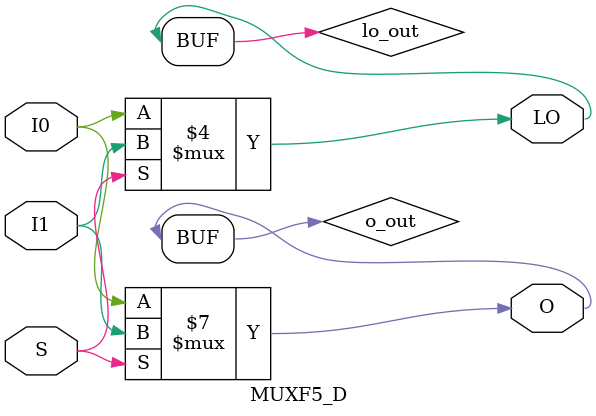
<source format=v>

/*

FUNCTION    : 2 to 1 Multiplexer for Carry Logic

*/

`celldefine
`timescale  100 ps / 10 ps

module MUXF5_D (LO, O, I0, I1, S);

    output O, LO;
    reg    o_out, lo_out;

    input  I0, I1, S;

    buf B1 (O, o_out);
    buf B2 (LO, lo_out);

    always @(I0 or I1 or S) begin
        if (S)
        o_out <= I1;
        else
        o_out <= I0;
    end

    always @(I0 or I1 or S) begin
        if (S)
        lo_out <= I1;
        else
        lo_out <= I0;
    end

endmodule

</source>
